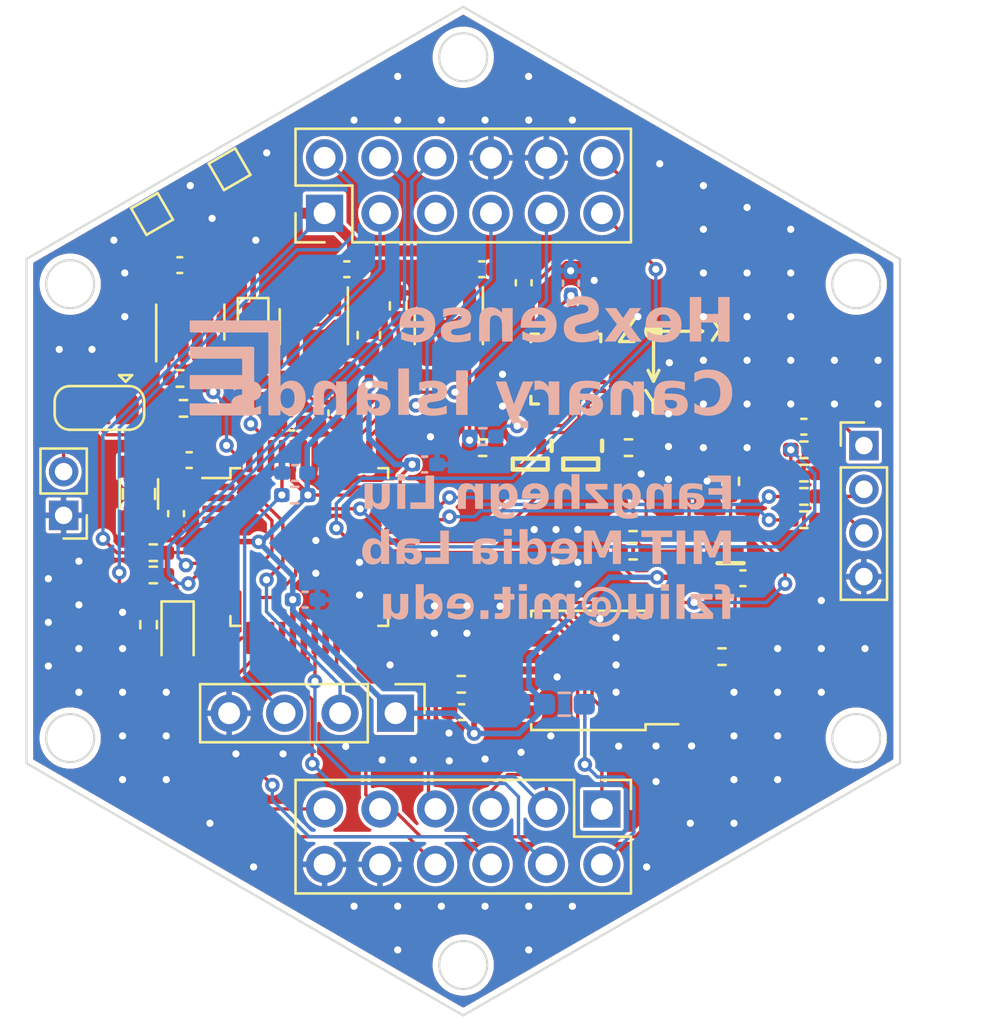
<source format=kicad_pcb>
(kicad_pcb (version 20221018) (generator pcbnew)
  (layers (0 "F.Cu" signal) (31 "B.Cu" signal) (34 "B.Paste" user) (35 "F.Paste" user) (36 "B.SilkS" user "B.Silkscreen") (37 "F.SilkS" user "F.Silkscreen") (38 "B.Mask" user) (39 "F.Mask" user) (44 "Edge.Cuts" user))
  (net 0 "")
  (net 1 "GND")
  (net 2 "VCC")
  (net 3 "+5V")
  (net 4 "/VBAT")
  (net 5 "/SDA")
  (net 6 "/SCL")
  (net 7 "/A1")
  (net 8 "/MOSI")
  (net 9 "/D11")
  (net 10 "/MISO")
  (net 11 "/D6")
  (net 12 "/SCK")
  (net 13 "/D2")
  (net 14 "/RXD")
  (net 15 "/SWDCLK")
  (net 16 "/SWDIO")
  (net 17 "/~{RESET}")
  (net 18 "Net-(U2-PA00)")
  (net 19 "Net-(JP1-A)")
  (net 20 "/USB+")
  (net 21 "/USB-")
  (net 22 "/A5")
  (net 23 "Net-(U2-PA01)")
  (net 24 "Net-(U2-VDDCORE)")
  (net 25 "Net-(D1-K)")
  (net 26 "/D5")
  (net 27 "Net-(J5-Pin_2)")
  (net 28 "Net-(J6-Pin_2)")
  (net 29 "Net-(J6-Pin_3)")
  (net 30 "Net-(JP1-C)")
  (net 31 "/A2")
  (net 32 "Net-(U1-~{HOLD})")
  (net 33 "Net-(U1-~{WP})")
  (net 34 "/D7")
  (net 35 "/A0")
  (net 37 "/A3")
  (net 38 "/A4")
  (net 39 "/D13")
  (net 41 "/TXD")
  (net 42 "/D8")
  (net 43 "/D9")
  (net 44 "/D4")
  (net 45 "/D3")
  (net 46 "/D1")
  (net 47 "/D0")
  (net 49 "/D10")
  (net 50 "/D12")
  (net 52 "+1V8")
  (net 53 "/1V8_EN")
  (net 69 "Net-(U5-~{CS})")
  (net 70 "/SDA_1V8")
  (net 71 "/SCL_1V8")
  (net 72 "/RXLED")
  (net 73 "/MPPT_EN")
  (net 74 "Net-(U5-REGOUT)")
  (net 75 "/VBUS")
  (footprint "Capacitor_SMD:C_0402_1005Metric_Pad0.74x0.62mm_HandSolder" (layer "F.Cu") (at 165.76 96.238621 180)
    (fp_text reference "C7" hide)
    (fp_text value "0.01uF")
  )
  (footprint "Resistor_SMD:R_0402_1005Metric_Pad0.72x0.64mm_HandSolder" (layer "F.Cu") (at 165.76 98.363621)
    (fp_text reference "R15" hide)
    (fp_text value "499K")
  )
  (footprint "Resistor_SMD:R_0402_1005Metric_Pad0.72x0.64mm_HandSolder" (layer "F.Cu") (at 165.76 100.498621)
    (fp_text reference "R6" hide)
    (fp_text value "27")
  )
  (footprint "Package_TO_SOT_SMD:TSOT-23-5" (layer "F.Cu") (at 143.3175 91.658621 -90)
    (fp_text reference "U4" hide)
    (fp_text value "ADP160AUJZ-3.3-R7")
  )
  (footprint "Resistor_SMD:R_0402_1005Metric_Pad0.72x0.64mm_HandSolder" (layer "F.Cu") (at 135.9675 103.028621 180)
    (fp_text reference "R8" hide)
    (fp_text value "499K")
  )
  (footprint "Connector_PinHeader_2.54mm:PinHeader_2x06_P2.54mm_Vertical" (layer "F.Cu") (at 143.81 86.465599 90)
    (fp_text reference "J1" hide)
    (fp_text value "Conn_02x06_Odd_Even" hide)
  )
  (footprint "Resistor_SMD:R_0402_1005Metric_Pad0.72x0.64mm_HandSolder" (layer "F.Cu") (at 165.76 97.296121 180)
    (fp_text reference "R14" hide)
    (fp_text value "499K")
  )
  (footprint "Crystal:Crystal_SMD_3215-2Pin_3.2x1.5mm" (layer "F.Cu") (at 135.31 99.318621 -90)
    (fp_text reference "Y1" hide)
    (fp_text value "32KHz")
  )
  (footprint "Package_TO_SOT_SMD:TSOT-23-5" (layer "F.Cu") (at 149.5 91.658621 -90)
    (fp_text reference "U6" hide)
    (fp_text value "ADP160AUJZ-1.8")
  )
  (footprint "Capacitor_SMD:C_0603_1608Metric_Pad1.08x0.95mm_HandSolder" (layer "F.Cu") (at 145.8375 92.048621 -90)
    (fp_text reference "C9" hide)
    (fp_text value "10uF")
  )
  (footprint "Resistor_SMD:R_0402_1005Metric_Pad0.72x0.64mm_HandSolder" (layer "F.Cu") (at 150.07 108.033621 180)
    (fp_text reference "R12" hide)
    (fp_text value "10K")
  )
  (footprint "Capacitor_SMD:C_0402_1005Metric_Pad0.74x0.62mm_HandSolder" (layer "F.Cu") (at 162.97 103.178621)
    (fp_text reference "C1" hide)
    (fp_text value "0.01uF")
  )
  (footprint "Capacitor_SMD:C_0402_1005Metric_Pad0.74x0.62mm_HandSolder" (layer "F.Cu") (at 137.01 100.218621 90)
    (fp_text reference "C4" hide)
    (fp_text value "18pF")
  )
  (footprint "Package_TO_SOT_SMD:SOT-23-8" (layer "F.Cu") (at 137.66 91.448621 90)
    (fp_text reference "U3" hide)
    (fp_text value "MAX6372")
  )
  (footprint "Connector_PinHeader_2.54mm:PinHeader_2x06_P2.54mm_Vertical" (layer "F.Cu") (at 156.51 113.743621 -90)
    (fp_text reference "J2" hide)
    (fp_text value "Conn_02x06_Odd_Even")
  )
  (footprint "Resistor_SMD:R_0402_1005Metric" (layer "F.Cu") (at 137.19 94.028621)
    (fp_text reference "R4" hide)
    (fp_text value "10K")
  )
  (footprint "Resistor_SMD:R_0402_1005Metric_Pad0.72x0.64mm_HandSolder" (layer "F.Cu") (at 157.94 100.638621 180)
    (fp_text reference "R1" hide)
    (fp_text value "4.7K")
  )
  (footprint "TestPoint:TestPoint_Pad_1.0x1.0mm" (layer "F.Cu") (at 139.46 84.448621 30)
    (fp_text reference "TP3" hide)
    (fp_text value "BAT_TP")
  )
  (footprint "Resistor_SMD:R_0805_2012Metric_Pad1.20x1.40mm_HandSolder" (layer "F.Cu") (at 135.31 99.318621 90)
    (fp_text reference "R19" hide)
    (fp_text value "PH")
  )
  (footprint "Capacitor_SMD:C_0402_1005Metric" (layer "F.Cu") (at 144.35 95.608621 90)
    (fp_text reference "C13" hide)
    (fp_text value "10pF")
  )
  (footprint "Package_QFP:TQFP-48_7x7mm_P0.5mm" (layer "F.Cu") (at 143.11 101.748621)
    (fp_text reference "U2" hide)
    (fp_text value "ATSAMD21G18A-A")
  )
  (footprint "Capacitor_SMD:C_0402_1005Metric_Pad0.74x0.62mm_HandSolder" (layer "F.Cu") (at 152.93 89.648621 90)
    (fp_text reference "C11" hide)
    (fp_text value "0.1uF")
  )
  (footprint "Resistor_SMD:R_0402_1005Metric_Pad0.72x0.64mm_HandSolder" (layer "F.Cu") (at 162.01 106.768621)
    (fp_text reference "R13" hide)
    (fp_text value "10K")
  )
  (footprint "Capacitor_SMD:C_0402_1005Metric_Pad0.74x0.62mm_HandSolder" (layer "F.Cu") (at 150.09 109.308621 180)
    (fp_text reference "C3" hide)
    (fp_text value "0.01uF")
  )
  (footprint "Resistor_SMD:R_0402_1005Metric_Pad0.72x0.64mm_HandSolder" (layer "F.Cu") (at 162.41 98.738621 -90)
    (fp_text reference "R3" hide)
    (fp_text value "10K")
  )
  (footprint "Connector_PinHeader_2.54mm:PinHeader_1x04_P2.54mm_Vertical" (layer "F.Cu") (at 147.06 109.358621 -90)
    (fp_text reference "J4" hide)
    (fp_text value "Conn_01x04_Pin")
  )
  (footprint "SamacSys_Parts:SOTFL50P160X60-3N" (layer "F.Cu") (at 153.23 97.950621 -90)
    (fp_text reference "Q2" hide)
    (fp_text value "RUM002N02T2L" hide)
  )
  (footprint "Resistor_SMD:R_0402_1005Metric_Pad0.72x0.64mm_HandSolder" (layer "F.Cu") (at 157.73 97.198621)
    (fp_text reference "R18" hide)
    (fp_text value "10K")
  )
  (footprint "Sensor_Motion:InvenSense_QFN-24_3x3mm_P0.4mm" (layer "F.Cu") (at 154.86 93.598621 180)
    (fp_text reference "U5" hide)
    (fp_text value "ICM-20948")
  )
  (footprint "Resistor_SMD:R_0402_1005Metric_Pad0.72x0.64mm_HandSolder" (layer "F.Cu") (at 135.75 105.306121 -90)
    (fp_text reference "R11" hide)
    (fp_text value "330")
  )
  (footprint "Resistor_SMD:R_0402_1005Metric_Pad0.72x0.64mm_HandSolder" (layer "F.Cu") (at 157.94 101.938621 180)
    (fp_text reference "R2" hide)
    (fp_text value "4.7K")
  )
  (footprint "SamacSys_Parts:SOT65P210X100-6N" (layer "F.Cu") (at 161.4525 101.288621 180)
    (fp_text reference "IC2" hide)
    (fp_text value "LTC4311CSC6#TRPBF" hide)
  )
  (footprint "Capacitor_SMD:C_0402_1005Metric_Pad0.74x0.62mm_HandSolder" (layer "F.Cu") (at 137.61 97.768621 180)
    (fp_text reference "C2" hide)
    (fp_text value "18pF")
  )
  (footprint "Capacitor_SMD:C_0402_1005Metric" (layer "F.Cu") (at 137.18 88.838621)
    (fp_text reference "C10" hide)
    (fp_text value "0.1uF")
  )
  (footprint "Jumper:SolderJumper-3_P1.3mm_Open_RoundedPad1.0x1.5mm" (layer "F.Cu") (at 133.5 95.378621 180)
    (fp_text reference "JP1" hide)
    (fp_text value "RST Jumper")
  )
  (footprint "TestPoint:TestPoint_Pad_1.0x1.0mm" (layer "F.Cu") (at 135.91 86.498621 30)
    (fp_text reference "TP2" hide)
    (fp_text value "BAT_TP")
  )
  (footprint "SamacSys_Parts:SOTFL50P160X60-3N" (layer "F.Cu") (at 155.54 97.950621 -90)
    (fp_text reference "Q1" hide)
    (fp_text value "RUM002N02T2L" hide)
  )
  (footprint "Resistor_SMD:R_0402_1005Metric_Pad0.72x0.64mm_HandSolder" (layer "F.Cu") (at 137.35 95.398621)
    (fp_text reference "R9" hide)
    (fp_text value "330")
  )
  (footprint "Resistor_SMD:R_0402_1005Metric_Pad0.72x0.64mm_HandSolder" (layer "F.Cu") (at 147.18 90.708621 90)
    (fp_text reference "R16" hide)
    (fp_text value "10K")
  )
  (footprint "Connector_PinHeader_2.00mm:PinHeader_1x04_P2.00mm_Vertical" (layer "F.Cu") (at 168.51 97.10461)
    (fp_text reference "J6" hide)
    (fp_text value "Conn_01x04_Pin")
  )
  (footprint "Capacitor_SMD:C_0402_1005Metric_Pad0.74x0.62mm_HandSolder" (layer "F.Cu") (at 144.83 89.028621)
    (fp_text reference "C8" hide)
    (fp_text value "0.1uF")
  )
  (footprint "Resistor_SMD:R_0402_1005Metric_Pad0.72x0.64mm_HandSolder" (layer "F.Cu") (at 165.76 99.431121)
    (fp_text reference "R5" hide)
    (fp_text value "27")
  )
  (footprint "TestPoint:TestPoint_Pad_1.0x1.0mm" (layer "F.Cu") (at 140.5375 91.048621)
    (fp_text reference "TP1" hide)
    (fp_text value "BAT_TP")
  )
  (footprint "Resistor_SMD:R_0402_1005Metric_Pad0.72x0.64mm_HandSolder" (layer "F.Cu") (at 151.0475 97.198621 180)
    (fp_text reference "R17" hide)
    (fp_text value "10K")
  )
  (footprint "Package_SO:SSOP-8_5.25x5.24mm_P1.27mm" (layer "F.Cu") (at 156.01 107.398621 180)
    (fp_text reference "U1" hide)
    (fp_text value "MB85RS2MTAPNF-G-BDERE1")
  )
  (footprint "Resistor_SMD:R_0402_1005Metric_Pad0.72x0.64mm_HandSolder" (layer "F.Cu") (at 135.9675 102.008621)
    (fp_text reference "R7" hide)
    (fp_text value "499K")
  )
  (footprint "Capacitor_SMD:C_0402_1005Metric_Pad0.74x0.62mm_HandSolder" (layer "F.Cu") (at 142.3 96.048621)
    (fp_text reference "C12" hide)
    (fp_text value "1uF")
  )
  (footprint "LED_SMD:LED_0603_1608Metric_Pad1.05x0.95mm_HandSolder" (layer "F.Cu") (at 137.08 105.901121 -90)
    (fp_text reference "D1" hide)
    (fp_text value "RED")
  )
  (footprint "Capacitor_SMD:C_0402_1005Metric_Pad0.74x0.62mm_HandSolder" (layer "F.Cu") (at 151.01 89.028621)
    (fp_text reference "C14" hide)
    (fp_text value "0.1uF")
  )
  (footprint "Connector_PinHeader_2.00mm:PinHeader_1x02_P2.00mm_Vertical" (layer "F.Cu") (at 131.86 100.298621 180)
    (fp_text reference "J5" hide)
    (fp_text value "RESET")
  )
  (footprint "Capacitor_SMD:C_0402_1005Metric_Pad0.74x0.62mm_HandSolder" (layer "B.Cu") (at 142.92 104.158621 180)
    (fp_text reference "C6" hide)
    (fp_text value "0.1uF")
  )
  (footprint "Capacitor_SMD:C_0402_1005Metric_Pad0.74x0.62mm_HandSolder" (layer "B.Cu") (at 148.39 97.968621 180)
    (fp_text reference "C5" hide)
    (fp_text value "1uF")
  )
  (footprint "Resistor_SMD:R_0402_1005Metric_Pad0.72x0.64mm_HandSolder" (layer "B.Cu") (at 151.06 96.688621 180)
    (fp_text reference "R21" hide)
    (fp_text value "10K")
  )
  (footprint "Capacitor_SMD:C_0402_1005Metric_Pad0.74x0.62mm_HandSolder" (layer "B.Cu") (at 155.09 89.668621 90)
    (fp_text reference "C16" hide)
    (fp_text value "0.1uF")
  )
  (footprint "Resistor_SMD:R_0402_1005Metric_Pad0.72x0.64mm_HandSolder" (layer "B.Cu") (at 142.45 99.368621)
    (fp_text reference "R10" hide)
    (fp_text value "10k")
  )
  (footprint "Capacitor_SMD:C_0402_1005Metric_Pad0.74x0.62mm_HandSolder" (layer "B.Cu") (at 142.45 98.358621)
    (fp_text reference "C15" hide)
    (fp_text value "0.1uF")
  )
  (footprint "Resistor_SMD:R_0603_1608Metric_Pad0.98x0.95mm_HandSolder" (layer "B.Cu") (at 154.7875 108.948621)
    (fp_text reference "R20" hide)
    (fp_text value "10K")
  )
  (gr_rect (start 141.31 91.848621) (end 141.71 95.648621) (stroke (width 0.15)) (fill solid) (layer "B.SilkS"))
  (gr_rect (start 137.71 91.448621) (end 141.71 91.848621) (stroke (width 0.15)) (fill solid) (layer "B.SilkS"))
  (gr_rect (start 140.11 92.648621) (end 140.51 95.648621) (stroke (width 0.15)) (fill solid) (layer "B.SilkS"))
  (gr_rect (start 137.71 95.248621) (end 140.51 95.648621) (stroke (width 0.15)) (fill solid) (layer "B.SilkS"))
  (gr_rect (start 137.71 92.648621) (end 140.51 93.048621) (stroke (width 0.15)) (fill solid) (layer "B.SilkS"))
  (gr_rect (start 137.71 93.948621) (end 140.51 94.448621) (stroke (width 0.15)) (fill solid) (layer "B.SilkS"))
  (gr_line (start 158.875 94.158621) (end 159.125 93.658621) (stroke (width 0.15)) (layer "F.SilkS"))
  (gr_line (start 161.125 91.868621) (end 160.625 92.118621) (stroke (width 0.15)) (layer "F.SilkS"))
  (gr_circle (center 158.875 91.868621) (end 159.228553 91.868621) (stroke (width 0.15)) (fill solid) (layer "F.SilkS"))
  (gr_line (start 158.875 91.868621) (end 158.875 94.158621) (stroke (width 0.15)) (layer "F.SilkS"))
  (gr_line (start 158.875 91.868621) (end 161.125 91.868621) (stroke (width 0.15)) (layer "F.SilkS"))
  (gr_line (start 158.875 94.158621) (end 158.625 93.658621) (stroke (width 0.15)) (layer "F.SilkS"))
  (gr_line (start 161.125 91.868621) (end 160.625 91.618621) (stroke (width 0.15)) (layer "F.SilkS"))
  (gr_line (start 130.16 88.557605) (end 130.16 111.651615) (stroke (width 0.1)) (layer "Edge.Cuts"))
  (gr_circle (center 168.16 110.496915) (end 169.26 110.496915) (stroke (width 0.1)) (fill none) (layer "Edge.Cuts"))
  (gr_line (start 130.16 111.651615) (end 150.16 123.198621) (stroke (width 0.1)) (layer "Edge.Cuts"))
  (gr_circle (center 168.16 89.712305) (end 169.26 89.712305) (stroke (width 0.1)) (fill none) (layer "Edge.Cuts"))
  (gr_circle (center 132.16 89.712305) (end 133.26 89.712305) (stroke (width 0.1)) (fill none) (layer "Edge.Cuts"))
  (gr_line (start 150.16 77.010599) (end 130.16 88.557605) (stroke (width 0.1)) (layer "Edge.Cuts"))
  (gr_line (start 170.16 88.557605) (end 150.16 77.010599) (stroke (width 0.1)) (layer "Edge.Cuts"))
  (gr_circle (center 150.16 79.32) (end 151.26 79.32) (stroke (width 0.1)) (fill none) (layer "Edge.Cuts"))
  (gr_circle (center 150.16 120.88922) (end 151.26 120.88922) (stroke (width 0.1)) (fill none) (layer "Edge.Cuts"))
  (gr_line (start 170.16 111.651615) (end 170.16 88.557605) (stroke (width 0.1)) (layer "Edge.Cuts"))
  (gr_line (start 150.16 123.198621) (end 170.16 111.651615) (stroke (width 0.1)) (layer "Edge.Cuts"))
  (gr_circle (center 132.16 110.496915) (end 133.26 110.496915) (stroke (width 0.1)) (fill none) (layer "Edge.Cuts"))
  (gr_text "Fangzhegn Liu\nMIT Media Lab\nfzliu@mit.edu" (at 162.61 105.298621) (layer "B.SilkS") (effects (font (size 1.5 1.5) (thickness 0.3) bold) (justify left bottom mirror)))
  (gr_text "HexSense\nCanary Islands" (at 162.62 96.038621) (layer "B.SilkS") (effects (font (size 2 2) (thickness 0.5) bold) (justify left bottom mirror)))
  (gr_text "Z" (at 157.075 92.468621) (layer "F.SilkS") (effects (font (size 1 1)) (justify left bottom)))
  (gr_text "Y" (at 158.325 95.708621) (layer "F.SilkS") (effects (font (size 1 1)) (justify left bottom)))
  (gr_text "X" (at 161.325 92.418621) (layer "F.SilkS") (effects (font (size 1 1)) (justify left bottom)))
  (segment (start 154.26 92.061121) (end 154.26 92.448621) (width 0.1524) (layer "F.Cu") (net 1))
  (segment (start 154.26 92.448621) (end 154.44 92.628621) (width 0.1524) (layer "F.Cu") (net 1))
  (segment (start 160.5025 101.288621) (end 162.4025 101.288621) (width 0.254) (layer "F.Cu") (net 1))
  (segment (start 155.06 92.488621) (end 154.92 92.628621) (width 0.1524) (layer "F.Cu") (net 1))
  (segment (start 154.44 92.628621) (end 154.92 92.628621) (width 0.1524) (layer "F.Cu") (net 1))
  (segment (start 155.06 92.061121) (end 155.06 92.488621) (width 0.1524) (layer "F.Cu") (net 1))
  (via (at 164.56 108.398621) (size 0.6604) (drill 0.3302) (layers "F.Cu" "B.Cu") (net 1))
  (via (at 146.45 111.498621) (size 0.6604) (drill 0.3302) (layers "F.Cu" "B.Cu") (net 1))
  (via (at 160.56 114.398621) (size 0.6604) (drill 0.3302) (layers "F.Cu" "B.Cu") (net 1))
  (via (at 164.56 110.398621) (size 0.6604) (drill 0.3302) (layers "F.Cu" "B.Cu") (net 1))
  (via (at 146.81 107.148621) (size 0.6604) (drill 0.3302) (layers "F.Cu" "B.Cu") (net 1))
  (via (at 159.56 98.648621) (size 0.6604) (drill 0.3302) (layers "F.Cu" "B.Cu") (net 1))
  (via (at 147.87 111.498621) (size 0.6604) (drill 0.3302) (layers "F.Cu" "B.Cu") (net 1))
  (via (at 157.28 110.868621) (size 0.6604) (drill 0.3302) (layers "F.Cu" "B.Cu") (net 1))
  (via (at 158.99 110.858621) (size 0.6604) (drill 0.3302) (layers "F.Cu" "B.Cu") (net 1))
  (via (at 151.16 82.198621) (size 0.6604) (drill 0.3302) (layers "F.Cu" "B.Cu") (net 1))
  (via (at 151.16 111.458621) (size 0.6604) (drill 0.3302) (layers "F.Cu" "B.Cu") (net 1))
  (via (at 149.16 118.198621) (size 0.6604) (drill 0.3302) (layers "F.Cu" "B.Cu") (net 1))
  (via (at 145.41 102.448621) (size 0.6604) (drill 0.3302) (layers "F.Cu" "B.Cu") (net 1))
  (via (at 164.56 112.398621) (size 0.6604) (drill 0.3302) (layers "F.Cu" "B.Cu") (net 1))
  (via (at 138.66 86.698621) (size 0.6604) (drill 0.3302) (layers "F.Cu" "B.Cu") (net 1))
  (via (at 155.41 103.448621) (size 0.6604) (drill 0.3302) (layers "F.Cu" "B.Cu") (net 1))
  (via (at 154.41 100.948621) (size 0.6604) (drill 0.3302) (layers "F.Cu" "B.Cu") (net 1))
  (via (at 157.16 107.148621) (size 0.6604) (drill 0.3302) (layers "F.Cu" "B.Cu") (net 1))
  (via (at 159.56 95.648621) (size 0.6604) (drill 0.3302) (layers "F.Cu" "B.Cu") (net 1))
  (via (at 154.17 110.398621) (size 0.6604) (drill 0.3302) (layers "F.Cu" "B.Cu") (net 1))
  (via (at 138.56 114.398621) (size 0.6604) (drill 0.3302) (layers "F.Cu" "B.Cu") (net 1))
  (via (at 155.16 118.198621) (size 0.6604) (drill 0.3302) (layers "F.Cu" "B.Cu") (net 1))
  (via (at 163.16 86.198621) (size 0.6604) (drill 0.3302) (layers "F.Cu" "B.Cu") (net 1))
  (via (at 163.16 95.198621) (size 0.6604) (drill 0.3302) (layers "F.Cu" "B.Cu") (net 1))
  (via (at 159.6 93.308621) (size 0.6604) (drill 0.3302) (layers "F.Cu" "B.Cu") (net 1))
  (via (at 162.56 114.398621) (size 0.6604) (drill 0.3302) (layers "F.Cu" "B.Cu") (net 1))
  (via (at 134.66 89.198621) (size 0.6604) (drill 0.3302) (layers "F.Cu" "B.Cu") (net 1))
  (via (at 153.1543 80.19862) (size 0.6604) (drill 0.3302) (layers "F.Cu" "B.Cu") (net 1))
  (via (at 159.16 84.198621) (size 0.6604) (drill 0.3302) (layers "F.Cu" "B.Cu") (net 1))
  (via (at 162.56 110.398621) (size 0.6604) (drill 0.3302) (layers "F.Cu" "B.Cu") (net 1))
  (via (at 155.41 102.448621) (size 0.6604) (drill 0.3302) (layers "F.Cu" "B.Cu") (net 1))
  (via (at 166.56 108.398621) (size 0.6604) (drill 0.3302) (layers "F.Cu" "B.Cu") (net 1))
  (via (at 131.16 107.198621) (size 0.6604) (drill 0.3302) (layers "F.Cu" "B.Cu") (net 1))
  (via (at 150.33 104.448621) (size 0.6604) (drill 0.3302) (layers "F.Cu" "B.Cu") (net 1))
  (via (at 149.16 82.198621) (size 0.6604) (drill 0.3302) (layers "F.Cu" "B.Cu") (net 1))
  (via (at 161.16 85.198621) (size 0.6604) (drill 0.3302) (layers "F.Cu" "B.Cu") (net 1))
  (via (at 141.91 111.218621) (size 0.6604) (drill 0.3302) (layers "F.Cu" "B.Cu") (net 1))
  (via (at 166.56 104.198621) (size 0.6604) (drill 0.3302) (layers "F.Cu" "B.Cu") (net 1))
  (via (at 153.41 100.948621) (size 0.6604) (drill 0.3302) (layers "F.Cu" "B.Cu") (net 1))
  (via (at 134.56 110.398621) (size 0.6604) (drill 0.3302) (layers "F.Cu" "B.Cu") (net 1))
  (via (at 147.16 118.198621) (size 0.6604) (drill 0.3302) (layers "F.Cu" "B.Cu") (net 1))
  (via (at 158.31 98.398621) (size 0.6604) (drill 0.3302) (layers "F.Cu" "B.Cu") (net 1))
  (via (at 151.96 95.298621) (size 0.6604) (drill 0.3302) (layers "F.Cu" "B.Cu") (net 1))
  (via (at 134.66 91.198621) (size 0.6604) (drill 0.3302) (layers "F.Cu" "B.Cu") (net 1))
  (via (at 139.75 111.218621) (size 0.6604) (drill 0.3302) (layers "F.Cu" "B.Cu") (net 1))
  (via (at 134.56 106.398621) (size 0.6604) (drill 0.3302) (layers "F.Cu" "B.Cu") (net 1))
  (via (at 162.56 112.398621) (size 0.6604) (drill 0.3302) (layers "F.Cu" "B.Cu") (net 1))
  (via (at 132.56 104.398621) (size 0.6604) (drill 0.3302) (layers "F.Cu" "B.Cu") (net 1))
  (via (at 161.16 95.198621) (size 0.6604) (drill 0.3302) (layers "F.Cu" "B.Cu") (net 1))
  (via (at 165.16 95.198621) (size 0.6604) (drill 0.3302) (layers "F.Cu" "B.Cu") (net 1))
  (via (at 137.66 85.198621) (size 0.6604) (drill 0.3302) (layers "F.Cu" "B.Cu") (net 1))
  (via (at 147.16 80.198621) (size 0.6604) (drill 0.3302) (layers "F.Cu" "B.Cu") (net 1))
  (via (at 154.46 107.698621) (size 0.6604) (drill 0.3302) (layers "F.Cu" "B.Cu") (net 1))
  (via (at 134.56 104.738621) (size 0.6604) (drill 0.3302) (layers "F.Cu" "B.Cu") (net 1))
  (via (at 163.16 89.198621) (size 0.6604) (drill 0.3302) (layers "F.Cu" "B.Cu") (net 1))
  (via (at 145.41 103.948621) (size 0.6604) (drill 0.3302) (layers "F.Cu" "B.Cu") (net 1))
  (via (at 149.51 110.268621) (size 0.6604) (drill 0.3302) (layers "F.Cu" "B.Cu") (net 1))
  (via (at 151.96 93.838621) (size 0.6604) (drill 0.3302) (layers "F.Cu" "B.Cu") (net 1))
  (via (at 167.16 93.198621) (size 0.6604) (drill 0.3302) (layers "F.Cu" "B.Cu") (net 1))
  (via (at 158.56 116.398621) (size 0.6604) (drill 0.3302) (layers "F.Cu" "B.Cu") (net 1))
  (via (at 153.16 120.198621) (size 0.6604) (drill 0.3302) (layers "F.Cu" "B.Cu") (net 1))
  (via (at 136.56 108.398621) (size 0.6604) (drill 0.3302) (layers "F.Cu" "B.Cu") (net 1))
  (via (at 157.16 105.898621) (size 0.6604) (drill 0.3302) (layers "F.Cu" "B.Cu") (net 1))
  (via (at 161.16 93.198621) (size 0.6604) (drill 0.3302) (layers "F.Cu" "B.Cu") (net 1))
  (via (at 151.85 104.458621) (size 0.6604) (drill 0.3302) (layers "F.Cu" "B.Cu") (net 1))
  (via (at 158.06 95.648621) (size 0.6604) (drill 0.3302) (layers "F.Cu" "B.Cu") (net 1))
  (via (at 153.16 118.198621) (size 0.6604) (drill 0.3302) (layers "F.Cu" "B.Cu") (net 1))
  (via (at 164.56 106.398621) (size 0.6604) (drill 0.3302) (layers "F.Cu" "B.Cu") (net 1))
  (via (at 148.84 105.698621) (size 0.6604) (drill 0.3302) (layers "F.Cu" "B.Cu") (net 1))
  (via (at 136.56 112.398621) (size 0.6604) (drill 0.3302) (layers "F.Cu" "B.Cu") (net 1))
  (via (at 143.41 102.948621) (size 0.6604) (drill 0.3302) (layers "F.Cu" "B.Cu") (net 1))
  (via (at 147.16 120.198621) (size 0.6604) (drill 0.3302) (layers "F.Cu" "B.Cu") (net 1))
  (via (at 131.66 92.698621) (size 0.6604) (drill 0.3302) (layers "F.Cu" "B.Cu") (net 1))
  (via (at 148.66 96.698621) (size 0.6604) (drill 0.3302) (layers "F.Cu" "B.Cu") (net 1))
  (via (at 151.16 118.198621) (size 0.6604) (drill 0.3302) (layers "F.Cu" "B.Cu") (net 1))
  (via (at 154.41 102.448621) (size 0.6604) (drill 0.3302) (layers "F.Cu" "B.Cu") (net 1))
  (via (at 166.56 106.398621) (size 0.6604) (drill 0.3302) (layers "F.Cu" "B.Cu") (net 1))
  (via (at 131.16 105.198621) (size 0.6604) (drill 0.3302) (layers "F.Cu" "B.Cu") (net 1))
  (via (at 145.16 82.198621) (size 0.6604) (drill 0.3302) (layers "F.Cu" "B.Cu") (net 1))
  (via (at 157.16 108.398621) (size 0.6604) (drill 0.3302) (layers "F.Cu" "B.Cu") (net 1))
  (via (at 165.16 89.198621) (size 0.6604) (drill 0.3302) (layers "F.Cu" "B.Cu") (net 1))
  (via (at 145.16 118.198621) (size 0.6604) (drill 0.3302) (layers "F.Cu" "B.Cu") (net 1))
  (via (at 150.33 105.698621) (size 0.6604) (drill 0.3302) (layers "F.Cu" "B.Cu") (net 1))
  (via (at 136.56 110.398621) (size 0.6604) (drill 0.3302) (layers "F.Cu" "B.Cu") (net 1))
  (via (at 161.16 87.198621) (size 0.6604) (drill 0.3302) (layers "F.Cu" "B.Cu") (net 1))
  (via (at 163.16 91.198621) (size 0.6604) (drill 0.3302) (layers "F.Cu" "B.Cu") (net 1))
  (via (at 168.56 106.398621) (size 0.6604) (drill 0.3302) (layers "F.Cu" "B.Cu") (net 1))
  (via (at 134.16 87.698621) (size 0.6604) (drill 0.3302) (layers "F.Cu" "B.Cu") (net 1))
  (via (at 163.16 97.198621) (size 0.6604) (drill 0.3302) (layers "F.Cu" "B.Cu") (net 1))
  (via (at 143.41 101.448621) (size 0.6604) (drill 0.3302) (layers "F.Cu" "B.Cu") (net 1))
  (via (at 155.41 100.948621) (size 0.6604) (drill 0.3302) (layers "F.Cu" "B.Cu") (net 1))
  (via (at 159.56 97.148621) (size 0.6604) (drill 0.3302) (layers "F.Cu" "B.Cu") (net 1))
  (via (at 160.62 110.858621) (size 0.6604) (drill 0.3302) (layers "F.Cu" "B.Cu") (net 1))
  (via (at 131.16 103.198621) (size 0.6604) (drill 0.3302) (layers "F.Cu" "B.Cu") (net 1))
  (via (at 133.16 92.698621) (size 0.6604) (drill 0.3302) (layers "F.Cu" "B.Cu") (net 1))
  (via (at 158.99 112.488621) (size 0.6604) (drill 0.3302) (layers "F.Cu" "B.Cu") (net 1))
  (via (at 134.56 108.398621) (size 0.6604) (drill 0.3302) (layers "F.Cu" "B.Cu") (net 1))
  (via (at 165.16 87.198621) (size 0.6604) (drill 0.3302) (layers "F.Cu" "B.Cu") (net 1))
  (via (at 156.42 105.038621) (size 0.6604) (drill 0.3302) (layers "F.Cu" "B.Cu") (net 1))
  (via (at 161.16 89.198621) (size 0.6604) (drill 0.3302) (layers "F.Cu" "B.Cu") (net 1))
  (via (at 161.16 91.198621) (size 0.6604) (drill 0.3302) (layers "F.Cu" "B.Cu") (net 1))
  (via (at 165.16 91.198621) (size 0.6604) (drill 0.3302) (layers "F.Cu" "B.Cu") (net 1))
  (via (at 140.56 116.398621) (size 0.6604) (drill 0.3302) (layers "F.Cu" "B.Cu") (net 1))
  (via (at 162.56 108.398621) (size 0.6604) (drill 0.3302) (layers "F.Cu" "B.Cu") (net 1))
  (via (at 132.56 102.398621) (size 0.6604) (drill 0.3302) (layers "F.Cu" "B.Cu") (net 1))
  (via (at 153.16 82.198621) (size 0.6604) (drill 0.3302) (layers "F.Cu" "B.Cu") (net 1))
  (via (at 167.16 95.198621) (size 0.6604) (drill 0.3302) (layers "F.Cu" "B.Cu") (net 1))
  (via (at 165.16 93.198621) (size 0.6604) (drill 0.3302) (layers "F.Cu" "B.Cu") (net 1))
  (via (at 148.84 104.448621) (size 0.6604) (drill 0.3302) (layers "F.Cu" "B.Cu") (net 1))
  (via (at 155.16 82.198621) (size 0.6604) (drill 0.3302) (layers "F.Cu" "B.Cu") (net 1))
  (via (at 134.56 112.398621) (size 0.6604) (drill 0.3302) (layers "F.Cu" "B.Cu") (net 1))
  (via (at 163.16 93.198621) (size 0.6604) (drill 0.3302) (layers "F.Cu" "B.Cu") (net 1))
  (via (at 161.33 98.728621) (size 0.6604) (drill 0.3302) (layers "F.Cu" "B.Cu") (net 1))
  (via (at 155.08 89.098621) (size 0.6604) (drill 0.3302) (layers "F.Cu" "B.Cu") (net 1))
  (via (at 147.16 82.198621) (size 0.6604) (drill 0.3302) (layers "F.Cu" "B.Cu") (net 1))
  (via (at 158.16 91.198621) (size 0.6604) (drill 0.3302) (layers "F.Cu" "B.Cu") (net 1))
  (via (at 141.16 83.698621) (size 0.6604) (drill 0.3302) (layers "F.Cu" "B.Cu") (net 1))
  (via (at 132.56 106.398621) (size 0.6604) (drill 0.3302) (layers "F.Cu" "B.Cu") (net 1))
  (via (at 144.78 110.878621) (size 0.6604) (drill 0.3302) (layers "F.Cu" "B.Cu") (net 1))
  (via (at 156.16 89.538621) (size 0.6604) (drill 0.3302) (layers "F.Cu" "B.Cu") (net 1))
  (via (at 132.56 108.398621) (size 0.6604) (drill 0.3302) (layers "F.Cu" "B.Cu") (net 1))
  (via (at 169.16 93.198621) (size 0.6604) (drill 0.3302) (layers "F.Cu" "B.Cu") (net 1))
  (via (at 140.66 87.698621) (size 0.6604) (drill 0.3302) (layers "F.Cu" "B.Cu") (net 1))
  (via (at 149.52 111.538621) (size 0.6604) (drill 0.3302) (layers "F.Cu" "B.Cu") (net 1))
  (via (at 169.16 95.198621) (size 0.6604) (drill 0.3302) (layers "F.Cu" "B.Cu") (net 1))
  (via (at 152.81 111.148621) (size 0.6604) (drill 0.3302) (layers "F.Cu" "B.Cu") (net 1))
  (via (at 161.16 97.198621) (size 0.6604) (drill 0.3302) (layers "F.Cu" "B.Cu") (net 1))
  (segment (start 136.685 90.311121) (end 136.685 89.398621) (width 0.254) (layer "F.Cu") (net 2))
  (segment (start 144.3825 92.911121) (end 144.2675 92.796121) (width 0.381) (layer "F.Cu") (net 2))
  (segment (start 140.5375 89.356121) (end 139.19 88.008621) (width 0.254) (layer "F.Cu") (net 2))
  (segment (start 162.6075 103.383621) (end 162.4025 103.178621) (width 0.1524) (layer "F.Cu") (net 2))
  (segment (start 150.6575 109.308621) (end 150.6575 110.286121) (width 0.254) (layer "F.Cu") (net 2))
  (segment (start 136.685 89.398621) (end 136.685 88.853621) (width 0.254) (layer "F.Cu") (net 2))
  (segment (start 140.78 101.498621) (end 140.79 101.508621) (width 0.254) (layer "F.Cu") (net 2))
  (segment (start 141.51 93.798621) (end 143.265 93.798621) (width 0.254) (layer "F.Cu") (net 2))
  (segment (start 143.265 93.798621) (end 144.2675 92.796121) (width 0.254) (layer "F.Cu") (net 2))
  (segment (start 157.3425 101.938621) (end 157.3425 102.531121) (width 0.1524) (layer "F.Cu") (net 2))
  (segment (start 142.36 97.586121) (end 142.36 98.681121) (width 0.254) (layer "F.Cu") (net 2))
  (segment (start 145.8375 94.326121) (end 145.84 94.328621) (width 0.381) (layer "F.Cu") (net 2))
  (segment (start 142.36 104.166121) (end 142.3525 104.158621) (width 0.254) (layer "F.Cu") (net 2))
  (segment (start 157.9475 103.136121) (end 159.0125 103.136121) (width 0.1524) (layer "F.Cu") (net 2))
  (segment (start 159.0125 103.136121) (end 162.36 103.136121) (width 0.254) (layer "F.Cu") (net 2))
  (segment (start 137.985 90.311121) (end 137.985 89.723621) (width 0.1524) (layer "F.Cu") (net 2))
  (segment (start 149.4725 108.033621) (end 149.755 108.033621) (width 0.1524) (layer "F.Cu") (net 2))
  (segment (start 162.36 103.136121) (end 162.4025 103.178621) (width 0.254) (layer "F.Cu") (net 2))
  (segment (start 139.19 88.008621) (end 137.94 88.008621) (width 0.254) (layer "F.Cu") (net 2))
  (segment (start 140.5375 92.826121) (end 141.51 93.798621) (width 0.254) (layer "F.Cu") (net 2))
  (segment (start 162.4025 103.178621) (end 162.4025 101.938621) (width 0.254) (layer "F.Cu") (net 2))
  (segment (start 142.36 98.681121) (end 143.0475 99.368621) (width 0.254) (layer "F.Cu") (net 2))
  (segment (start 142.36 105.911121) (end 142.36 104.166121) (width 0.254) (layer "F.Cu") (net 2))
  (segment (start 143.0475 99.368621) (end 144.94 99.368621) (width 0.1524) (layer "F.Cu") (net 2))
  (segment (start 137.66 89.398621) (end 136.685 89.398621) (width 0.1524) (layer "F.Cu") (net 2))
  (segment (start 147.2725 98.518621) (end 147.8225 97.968621) (width 0.1524) (layer "F.Cu") (net 2))
  (segment (start 137.53 88.008621) (end 137.94 88.008621) (width 0.254) (layer "F.Cu") (net 2))
  (segment (start 138.635 90.311121) (end 137.985 90.311121) (width 0.1524) (layer "F.Cu") (net 2))
  (segment (start 147.2725 98.998621) (end 147.2725 98.518621) (width 0.1524) (layer "F.Cu") (net 2))
  (segment (start 150.6575 110.286121) (end 150.66 110.288621) (width 0.254) (layer "F.Cu") (net 2))
  (segment (start 157.3425 101.938621) (end 157.3425 100.638621) (width 0.1524) (layer "F.Cu") (net 2))
  (segment (start 138.9475 101.498621) (end 140.78 101.498621) (width 0.254) (layer "F.Cu") (net 2))
  (segment (start 157.3425 102.531121) (end 157.9475 103.136121) (width 0.1524) (layer "F.Cu") (net 2))
  (segment (start 149.755 108.033621) (end 150.6575 108.936121) (width 0.1524) (layer "F.Cu") (net 2))
  (segment (start 136.7 88.838621) (end 137.53 88.008621) (width 0.254) (layer "F.Cu") (net 2))
  (segment (start 140.5375 91.048621) (end 140.5375 89.356121) (width 0.254) (layer "F.Cu") (net 2))
  (segment (start 162.6075 106.768621) (end 162.6075 103.383621) (width 0.1524) (layer "F.Cu") (net 2))
  (segment (start 144.94 99.368621) (end 145.31 98.998621) (width 0.1524) (layer "F.Cu") (net 2))
  (segment (start 145.31 98.998621) (end 147.2725 98.998621) (width 0.1524) (layer "F.Cu") (net 2))
  (segment (start 152.3975 109.303621) (end 150.6625 109.303621) (width 0.254) (layer "F.Cu") (net 2))
  (segment (start 138.635 90.311121) (end 138.635 92.586121) (width 0.1524) (layer "F.Cu") (net 2))
  (segment (start 140.5375 91.048621) (end 140.5375 92.826121) (width 0.254) (layer "F.Cu") (net 2))
  (segment (start 136.685 88.853621) (end 136.7 88.838621) (width 0.254) (layer "F.Cu") (net 2))
  (segment (start 137.985 89.723621) (end 137.66 89.398621) (width 0.1524) (layer "F.Cu") (net 2))
  (segment (start 150.6625 109.303621) (end 150.6575 109.308621) (width 0.254) (layer "F.Cu") (net 2))
  (segment (start 150.6575 108.936121) (end 150.6575 109.308621) (width 0.1524) (layer "F.Cu") (net 2))
  (segment (start 145.8375 92.911121) (end 144.3825 92.911121) (width 0.381) (layer "F.Cu") (net 2))
  (segment (start 145.8375 92.911121) (end 145.8375 94.326121) (width 0.381) (layer "F.Cu") (net 2))
  (via (at 140.79 101.508621) (size 0.6604) (drill 0.3302) (layers "F.Cu" "B.Cu") (net 2))
  (via (at 145.84 94.328621) (size 0.6604) (drill 0.3302) (layers "F.Cu" "B.Cu") (net 2))
  (via (at 147.8225 97.968621) (size 0.6604) (drill 0.3302) (layers "F.Cu" "B.Cu") (net 2))
  (via (at 142.3525 104.158621) (size 0.6604) (drill 0.3302) (layers "F.Cu" "B.Cu") (net 2))
  (via (at 150.66 110.288621) (size 0.6604) (drill 0.3302) (layers "F.Cu" "B.Cu") (net 2))
  (via (at 159.04 103.138621) (size 0.6604) (drill 0.3302) (layers "F.Cu" "B.Cu") (net 2))
  (via (at 143.0475 99.368621) (size 0.6604) (drill 0.3302) (layers "F.Cu" "B.Cu") (net 2))
  (segment (start 142.3525 104.158621) (end 142.3525 103.071121) (width 0.254) (layer "B.Cu") (net 2))
  (segment (start 152.7075 110.288621) (end 154.0075 108.988621) (width 0.254) (layer "B.Cu") (net 2))
  (segment (start 140.79 101.508621) (end 140.9075 101.508621) (width 0.254) (layer "B.Cu") (net 2))
  (segment (start 153.17 108.151121) (end 154.0075 108.988621) (width 0.254) (layer "B.Cu") (net 2))
  (segment (start 143.0175 98.358621) (end 143.0175 99.338621) (width 0.254) (layer "B.Cu") (net 2))
  (segment (start 156.8625 103.136121) (end 153.17 106.828621) (width 0.254) (layer "B.Cu") (net 2))
  (segment (start 143.0175 97.151121) (end 145.84 94.328621) (width 0.254) (layer "B.Cu") (net 2))
  (segment (start 142.3525 104.158621) (end 142.3525 104.651121) (width 0.254) (layer "B.Cu") (net 2))
  (segment (start 143.0175 98.358621) (end 143.0175 97.151121) (width 0.254) (layer "B.Cu") (net 2))
  (segment (start 140.9075 101.508621) (end 143.0475 99.368621) (width 0.254) (layer "B.Cu") (net 2))
  (segment (start 143.0175 99.338621) (end 143.0475 99.368621) (width 0.254) (layer "B.Cu") (net 2))
  (segment (start 149.73 109.358621) (end 150.66 110.288621) (width 0.254) (layer "B.Cu") (net 2))
  (segment (start 145.84 96.768621) (end 147.04 97.968621) (width 0.254) (layer "B.Cu") (net 2))
  (segment (start 145.84 94.328621) (end 145.84 96.768621) (width 0.254) (layer "B.Cu") (net 2))
  (segment (start 159.0125 103.136121) (end 156.8625 103.136121) (width 0.254) (layer "B.Cu") (net 2))
  (segment (start 142.3525 104.651121) (end 147.06 109.358621) (width 0.254) (layer "B.Cu") (net 2))
  (segment (start 147.04 97.968621) (end 147.8225 97.968621) (width 0.254) (layer "B.Cu") (net 2))
  (segment (start 153.17 106.828621) (end 153.17 108.151121) (width 0.254) (layer "B.Cu") (net 2))
  (segment (start 147.06 109.358621) (end 149.73 109.358621) (width 0.254) (layer "B.Cu") (net 2))
  (segment (start 150.66 110.288621) (end 152.7075 110.288621) (width 0.254) (layer "B.Cu") (net 2))
  (segment (start 142.3525 103.071121) (end 140.79 101.508621) (width 0.254) (layer "B.Cu") (net 2))
  (segment (start 168.51 97.10461) (end 167.644011 96.238621) (width 0.1524) (layer "F.Cu") (net 3))
  (segment (start 167.644011 96.238621) (end 166.3275 96.238621) (width 0.1524) (layer "F.Cu") (net 3))
  (segment (start 166.3575 97.296121) (end 166.3575 96.268621) (width 0.1524) (layer "F.Cu") (net 3))
  (segment (start 166.3575 96.268621) (end 166.3275 96.238621) (width 0.1524) (layer "F.Cu") (net 3))
  (segment (start 149.6025 88.188621) (end 145.094021 88.188621) (width 0.508) (layer "F.Cu") (net 4))
  (segment (start 142.75 91.568621) (end 143.69 91.568621) (width 0.1524) (layer "F.Cu") (net 4))
  (segment (start 150.4425 90.513621) (end 150.45 90.521121) (width 0.508) (layer "F.Cu") (net 4))
  (segment (start 143.81 86.465599) (end 141.476978 86.465599) (width 0.508) (layer "F.Cu") (net 4))
  (segment (start 141.476978 86.465599) (end 139.46 84.448621) (width 0.508) (layer "F.Cu") (net 4))
  (segment (start 143.69 91.568621) (end 144.2675 90.991121) (width 0.1524) (layer "F.Cu") (net 4))
  (segment (start 134.3 102.008621) (end 133.66 101.368621) (width 0.1524) (layer "F.Cu") (net 4))
  (segment (start 142.3675 90.521121) (end 142.3675 91.186121) (width 0.1524) (layer "F.Cu") (net 4))
  (segment (start 150.4425 89.028621) (end 149.6025 88.188621) (width 0.508) (layer "F.Cu") (net 4))
  (segment (start 144.2675 90.521121) (end 144.2675 89.033621) (width 0.508) (layer "F.Cu") (net 4))
  (segment (start 144.2675 90.991121) (end 144.2675 90.521121) (width 0.1524) (layer "F.Cu") (net 4))
  (segment (start 135.37 102.008621) (end 134.3 102.008621) (width 0.1524) (layer "F.Cu") (net 4))
  (segment (start 145.094021 87.74962) (end 143.81 86.465599) (width 0.508) (layer "F.Cu") (net 4))
  (segment (start 145.094021 88.188621) (end 145.094021 87.74962) (width 0.508) (layer "F.Cu") (net 4))
  (segment (start 144.2625 89.020142) (end 144.2625 89.028621) (width 0.508) (layer "F.Cu") (net 4))
  (segment (start 150.4425 89.028621) (end 150.4425 90.513621) (width 0.508) (layer "F.Cu") (net 4))
  (segment (start 144.2675 89.033621) (end 144.2625 89.028621) (width 0.508) (layer "F.Cu") (net 4))
  (segment (start 142.3675 91.186121) (end 142.75 91.568621) (width 0.1524) (layer "F.Cu") (net 4))
  (segment (start 145.094021 88.188621) (end 144.2625 89.020142) (width 0.508) (layer "F.Cu") (net 4))
  (via (at 133.66 101.368621) (size 0.6604) (drill 0.3302) (layers "F.Cu" "B.Cu") (net 4))
  (segment (start 134.29 95.985599) (end 143.81 86.465599) (width 0.1524) (layer "B.Cu") (net 4))
  (segment (start 133.66 101.368621) (end 133.66 96.615599) (width 0.1524) (layer "B.Cu") (net 4))
  (segment (start 133.66 96.615599) (end 134.29 95.985599) (width 0.1524) (layer "B.Cu") (net 4))
  (segment (start 147.2725 101.498621) (end 144.97 101.498621) (width 0.1524) (layer "F.Cu") (net 5))
  (segment (start 151.48 101.498621) (end 150.78 101.498621) (width 0.1524) (layer "F.Cu") (net 5))
  (segment (start 158.98 88.935599) (end 156.51 86.465599) (width 0.1524) (layer "F.Cu") (net 5))
  (segment (start 147.2725 101.498621) (end 150.78 101.498621) (width 0.1524) (layer "F.Cu") (net 5))
  (segment (start 158.98 89.028621) (end 158.98 88.935599) (width 0.1524) (layer "F.Cu") (net 5))
  (segment (start 157.405 99.003621) (end 157.94 99.538621) (width 0.1524) (layer "F.Cu") (net 5))
  (segment (start 158.5375 101.938621) (end 160.5025 101.938621) (width 0.1524) (layer "F.Cu") (net 5))
  (segment (start 157.19 98.788621) (end 157.405 99.003621) (width 0.1524) (layer "F.Cu") (net 5))
  (segment (start 154.19 98.788621) (end 151.48 101.498621) (width 0.1524) (layer "F.Cu") (net 5))
  (segment (start 155.54 98.788621) (end 154.19 98.788621) (width 0.1524) (layer "F.Cu") (net 5))
  (segment (start 155.54 98.788621) (end 157.19 98.788621) (width 0.1524) (layer "F.Cu") (net 5))
  (segment (start 157.94 99.538621) (end 157.94 101.341121) (width 0.1524) (layer "F.Cu") (net 5))
  (segment (start 157.94 101.341121) (end 158.5375 101.938621) (width 0.1524) (layer "F.Cu") (net 5))
  (segment (start 144.97 101.498621) (end 144.35 100.878621) (width 0.1524) (layer "F.Cu") (net 5))
  (via (at 144.35 100.878621) (size 0.6604) (drill 0.3302) (layers "F.Cu" "B.Cu") (net 5))
  (via (at 158.98 89.028621) (size 0.6604) (drill 0.3302) (layers "F.Cu" "B.Cu") (net 5))
  (segment (start 144.35 99.758621) (end 144.35 100.878621) (width 0.1524) (layer "B.Cu") (net 5))
  (segment (start 153.485 97.503621) (end 152.39 98.598621) (width 0.1524) (layer "B.Cu") (net 5))
  (segment (start 145.51 98.598621) (end 144.35 99.758621) (width 0.1524) (layer "B.Cu") (net 5))
  (segment (start 158.98 92.008621) (end 158.98 89.028621) (width 0.1524) (layer "B.Cu") (net 5))
  (segment (start 152.39 98.598621) (end 145.51 98.598621) (width 0.1524) (layer "B.Cu") (net 5))
  (segment (start 153.485 97.503621) (end 154.57 96.418621) (width 0.1524) (layer "B.Cu") (net 5))
  (segment (start 154.57 96.418621) (end 158.98 92.008621) (width 0.1524) (layer "B.Cu") (net 5))
  (segment (start 157.135 98.233621) (end 158.5375 99.636121) (width 0.1524) (layer "F.Cu") (net 6))
  (segment (start 153.7959 98.184721) (end 153.23 98.750621) (width 0.1524) (layer "F.Cu") (net 6))
  (segment (start 160.5025 100.638621) (end 158.5375 100.638621) (width 0.1524) (layer "F.Cu") (net 6))
  (segment (start 158.5375 100.638621) (end 158.5375 99.636121) (width 0.1524) (layer "F.Cu") (net 6))
  (segment (start 157.0861 98.184721) (end 153.7959 98.184721) (width 0.1524) (layer "F.Cu") (net 6))
  (segment (start 157.135 98.233621) (end 157.0861 98.184721) (width 0.1524) (layer "F.Cu") (net 6))
  (segment (start 147.2725 100.998621) (end 151.02 100.998621) (width 0.1524) (layer "F.Cu") (net 6))
  (segment (start 160.5025 100.638621) (end 160.5025 87.918099) (width 0.1524) (layer "F.Cu") (net 6))
  (segment (start 160.5025 87.918099) (end 156.51 83.925599) (width 0.1524) (layer "F.Cu") (net 6))
  (segment (start 151.02 100.998621) (end 153.23 98.788621) (width 0.1524) (layer "F.Cu") (net 6))
  (segment (start 136.575 101.998621) (end 136.565 102.008621) (width 0.1524) (layer "F.Cu") (net 7))
  (segment (start 138.9475 101.998621) (end 136.575 101.998621) (width 0.1524) (layer "F.Cu") (net 7))
  (segment (start 136.565 103.028621) (end 136.565 102.008621) (width 0.1524) (layer "F.Cu") (net 7))
  (segment (start 153.97 112.298621) (end 155.4 110.868621) (width 0.1524) (layer "F.Cu") (net 8))
  (segment (start 143.37 105.921121) (end 143.36 105.911121) (width 0.1524) (layer "F.Cu") (net 8))
  (segment (start 143.37 107.898621) (end 143.37 105.921121) (width 0.1524) (layer "F.Cu") (net 8))
  (segment (start 155.4 106.318621) (end 154.58 105.498621) (width 0.1524) (layer "F.Cu") (net 8))
  (segment (start 154.58 105.498621) (end 152.61 105.498621) (width 0.1524) (layer "F.Cu") (net 8))
  (segment (start 155.4 110.868621) (end 155.4 106.318621) (width 0.1524) (layer "F.Cu") (net 8))
  (segment (start 153.97 113.743621) (end 153.97 112.298621) (width 0.1524) (layer "F.Cu") (net 8))
  (via (at 143.37 107.898621) (size 0.6604) (drill 0.3302) (layers "F.Cu" "B.Cu") (net 8))
  (segment (start 152.495 112.268621) (end 153.97 113.743621) (width 0.1524) (layer "B.Cu") (net 8))
  (segment (start 143.37 107.898621) (end 143.37 110.688621) (width 0.1524) (layer "B.Cu") (net 8))
  (segment (start 144.95 112.268621) (end 152.495 112.268621) (width 0.1524) (layer "B.Cu") (net 8))
  (segment (start 143.37 110.688621) (end 144.95 112.268621) (width 0.1524) (layer "B.Cu") (net 8))
  (segment (start 160.645 108.033621) (end 159.6225 108.033621) (width 0.1524) (layer "F.Cu") (net 10))
  (segment (start 158.455 114.593621) (end 161.5 111.548621) (width 0.1524) (layer "F.Cu") (net 10))
  (segment (start 146.35 113.743621) (end 146.945 113.743621) (width 0.1524) (layer "F.Cu") (net 10))
  (segment (start 146.945 113.743621) (end 148.22 115.018621) (width 0.1524) (layer "F.Cu") (net 10))
  (segment (start 145.7 113.093621) (end 145.7 108.488621) (width 0.1524) (layer "F.Cu") (net 10))
  (segment (start 145.7 108.488621) (end 144.36 107.148621) (width 0.1524) (layer "F.Cu") (net 10))
  (segment (start 161.5 111.548621) (end 161.5 108.888621) (width 0.1524) (layer "F.Cu") (net 10))
  (segment (start 148.22 115.018621) (end 158.03 115.018621) (width 0.1524) (layer "F.Cu") (net 10))
  (segment (start 144.36 107.148621) (end 144.36 105.911121) (width 0.1524) (layer "F.Cu") (net 10))
  (segment (start 158.03 115.018621) (end 158.455 114.593621) (width 0.1524) (layer "F.Cu") (net 10))
  (segment (start 161.5 108.888621) (end 160.645 108.033621) (width 0.1524) (layer "F.Cu") (net 10))
  (segment (start 146.35 113.743621) (end 145.7 113.093621) (width 0.1524) (layer "F.Cu") (net 10))
  (segment (start 156.38 106.028621) (end 152.85 102.498621) (width 0.1524) (layer "F.Cu") (net 11))
  (segment (start 156.38 108.558621) (end 156.38 106.028621) (width 0.1524) (layer "F.Cu") (net 11))
  (segment (start 152.85 102.498621) (end 147.2725 102.498621) (width 0.1524) (layer "F.Cu") (net 11))
  (segment (start 157.125 109.303621) (end 156.38 108.558621) (width 0.1524) (layer "F.Cu") (net 11))
  (segment (start 159.41 109.303621) (end 157.125 109.303621) (width 0.1524) (layer "F.Cu") (net 11))
  (segment (start 152.61 106.763621) (end 154.435 106.763621) (width 0.1524) (layer "F.Cu") (net 12))
  (segment (start 153.686908 112.168621) (end 152.2 112.168621) (width 0.1524) (layer "F.Cu") (net 12))
  (segment (start 154.435 106.763621) (end 155.0858 107.414421) (width 0.1524) (layer "F.Cu") (net 12))
  (segment (start 146.03 104.668621) (end 144.2 104.668621) (width 0.1524) (layer "F.Cu") (net 12))
  (segment (start 148.125 106.763621) (end 146.03 104.668621) (width 0.1524) (layer "F.Cu") (net 12))
  (segment (start 155.0858 107.414421) (end 155.0858 110.769729) (width 0.1524) (layer "F.Cu") (net 12))
  (segment (start 144.2 104.668621) (end 143.86 105.008621) (width 0.1524) (layer "F.Cu") (net 12))
  (segment (start 143.86 105.008621) (end 143.86 105.911121) (width 0.1524) (layer "F.Cu") (net 12))
  (segment (start 155.0858 110.769729) (end 153.686908 112.168621) (width 0.1524) (layer "F.Cu") (net 12))
  (segment (start 152.2 112.168621) (end 151.43 112.938621) (width 0.1524) (layer "F.Cu") (net 12))
  (segment (start 152.3975 106.763621) (end 148.125 106.763621) (width 0.1524) (layer "F.Cu") (net 12))
  (segment (start 151.43 112.938621) (end 151.43 113.743621) (width 0.1524) (layer "F.Cu") (net 12))
  (segment (start 145.77 107.748621) (end 145.95 107.928621) (width 0.1524) (layer "F.Cu") (net 13))
  (segment (start 145.36 105.911121) (end 145.36 107.338621) (width 0.1524) (layer "F.Cu") (net 13))
  (segment (start 145.36 107.338621) (end 145.77 107.748621) (width 0.1524) (layer "F.Cu") (net 13))
  (segment (start 148.57 108.718621) (end 148.57 113.423621) (width 0.1524) (layer "F.Cu") (net 13))
  (segment (start 147.78 107.928621) (end 148.57 108.718621) (width 0.1524) (layer "F.Cu") (net 13))
  (segment (start 145.95 107.928621) (end 147.78 107.928621) (width 0.1524) (layer "F.Cu") (net 13))
  (segment (start 148.57 113.423621) (end 148.89 113.743621) (width 0.1524) (layer "F.Cu") (net 13))
  (segment (start 145.86 96.708621) (end 147.31 95.258621) (width 0.1524) (layer "F.Cu") (net 14))
  (segment (start 145.86 97.586121) (end 145.86 96.708621) (width 0.1524) (layer "F.Cu") (net 14))
  (segment (start 147.31 95.258621) (end 147.99 95.258621) (width 0.1524) (layer "F.Cu") (net 14))
  (via (at 147.99 95.258621) (size 0.6604) (drill 0.3302) (layers "F.Cu" "B.Cu") (net 14))
  (segment (start 151.43 86.465599) (end 151.43 88.458621) (width 0.1524) (layer "B.Cu") (net 14))
  (segment (start 151.43 89.478621) (end 151.43 88.458621) (width 0.1524) (layer "B.Cu") (net 14))
  (segment (start 148.505 94.743621) (end 148.505 92.403621) (width 0.1524) (layer "B.Cu") (net 14))
  (segment (start 148.505 92.403621) (end 151.43 89.478621) (width 0.1524) (layer "B.Cu") (net 14))
  (segment (start 147.99 95.258621) (end 148.505 94.743621) (width 0.1524) (layer "B.Cu") (net 14))
  (segment (start 141.86 97.586121) (end 141.86 99.361121) (width 0.1524) (layer "F.Cu") (net 15))
  (segment (start 141.86 99.361121) (end 141.8525 99.368621) (width 0.1524) (layer "F.Cu") (net 15))
  (via (at 141.8525 99.368621) (size 0.6604) (drill 0.3302) (layers "F.Cu" "B.Cu") (net 15))
  (segment (start 140.15 107.528621) (end 141.98 109.358621) (width 0.1524) (layer "B.Cu") (net 15))
  (segment (start 140.15 101.071121) (end 140.15 107.528621) (width 0.1524) (layer "B.Cu") (net 15))
  (segment (start 141.8525 99.368621) (end 140.15 101.071121) (width 0.1524) (layer "B.Cu") (net 15))
  (segment (start 141.23 98.588621) (end 141.07 98.748621) (width 0.1524) (layer "F.Cu") (net 16))
  (segment (start 141.07 98.748621) (end 141.07 99.748621) (width 0.1524) (layer "F.Cu") (net 16))
  (segment (start 141.9 100.578621) (end 141.9 102.498621) (width 0.1524) (layer "F.Cu") (net 16))
  (segment (start 141.9 102.498621) (end 141.15 103.248621) (width 0.1524) (layer "F.Cu") (net 16))
  (segment (start 141.07 99.748621) (end 141.9 100.578621) (width 0.1524) (layer "F.Cu") (net 16))
  (segment (start 141.36 97.586121) (end 141.36 98.458621) (width 0.1524) (layer "F.Cu") (net 16))
  (segment (start 141.36 98.458621) (end 141.23 98.588621) (width 0.1524) (layer "F.Cu") (net 16))
  (via (at 141.15 103.248621) (size 0.6604) (drill 0.3302) (layers "F.Cu" "B.Cu") (net 16))
  (segment (start 144.52 109.358621) (end 144.52 108.078621) (width 0.1524) (layer "B.Cu") (net 16))
  (segment (start 141.15 104.708621) (end 141.15 103.248621) (width 0.1524) (layer "B.Cu") (net 16))
  (segment (start 144.52 108.078621) (end 141.15 104.708621) (width 0.1524) (layer "B.Cu") (net 16))
  (segment (start 137.9475 95.398621) (end 139.63 95.398621) (width 0.1524) (layer "F.Cu") (net 17))
  (segment (start 142.99 94.728621) (end 144.35 96.088621) (width 0.1524) (layer "F.Cu") (net 17))
  (segment (start 144.36 96.098621) (end 144.35 96.088621) (width 0.1524) (layer "F.Cu") (net 17))
  (segment (start 140.3 94.728621) (end 142.99 94.728621) (width 0.1524) (layer "F.Cu") (net 17))
  (segment (start 144.36 97.586121) (end 144.36 96.098621) (width 0.1524) (layer "F.Cu") (net 17))
  (segment (start 139.63 95.398621) (end 140.3 94.728621) (width 0.1524) (layer "F.Cu") (net 17))
  (segment (start 136.7425 98.068621) (end 135.31 98.068621) (width 0.1524) (layer "F.Cu") (net 18))
  (segment (start 137.0425 97.768621) (end 136.7425 98.068621) (width 0.1524) (layer "F.Cu") (net 18))
  (segment (start 138.2725 98.998621) (end 137.0425 97.768621) (width 0.1524) (layer "F.Cu") (net 18))
  (segment (start 138.9475 98.998621) (end 138.2725 98.998621) (width 0.1524) (layer "F.Cu") (net 18))
  (segment (start 134.8 92.618621) (end 134.8 95.378621) (width 0.1524) (layer "F.Cu") (net 19))
  (segment (start 137.335 91.193621) (end 137.07 91.458621) (width 0.1524) (layer "F.Cu") (net 19))
  (segment (start 137.07 91.458621) (end 135.96 91.458621) (width 0.1524) (layer "F.Cu") (net 19))
  (segment (start 135.96 91.458621) (end 134.8 92.618621) (width 0.1524) (layer "F.Cu") (net 19))
  (segment (start 137.335 90.311121) (end 137.335 91.193621) (width 0.1524) (layer "F.Cu") (net 19))
  (segment (start 164.16 99.438621) (end 165.155 99.438621) (width 0.1524) (layer "F.Cu") (net 20))
  (segment (start 148.91 99.998621) (end 147.2725 99.998621) (width 0.1524) (layer "F.Cu") (net 20))
  (segment (start 165.155 99.438621) (end 165.1625 99.431121) (width 0.1524) (layer "F.Cu") (net 20))
  (segment (start 149.53 99.478621) (end 148.91 99.998621) (width 0.1524) (layer "F.Cu") (net 20))
  (via (at 149.53 99.478621) (size 0.6604) (drill 0.3302) (layers "F.Cu" "B.Cu") (net 20))
  (via (at 164.16 99.438621) (size 0.6604) (drill 0.3302) (layers "F.Cu" "B.Cu") (net 20))
  (segment (start 149.53 99.478621) (end 150.66 99.478621) (width 0.1524) (layer "B.Cu") (net 20))
  (segment (start 163.8 99.798621) (end 164.16 99.438621) (width 0.1524) (layer "B.Cu") (net 20))
  (segment (start 150.66 99.478621) (end 150.98 99.798621) (width 0.1524) (layer "B.Cu") (net 20))
  (segment (start 150.98 99.798621) (end 163.8 99.798621) (width 0.1524) (layer "B.Cu") (net 20))
  (segment (start 147.2725 100.498621) (end 149.39 100.498621) (width 0.1524) (layer "F.Cu") (net 21))
  (segment (start 164.16 100.508621) (end 165.1525 100.508621) (width 0.1524) (layer "F.Cu") (net 21))
  (segment (start 149.39 100.498621) (end 149.53 100.358621) (width 0.1524) (layer "F.Cu") (net 21))
  (segment (start 165.1525 100.508621) (end 165.1625 100.498621) (width 0.1524) (layer "F.Cu") (net 21))
  (via (at 164.16 100.508621) (size 0.6604) (drill 0.3302) (layers "F.Cu" "B.Cu") (net 21))
  (via (at 149.53 100.358621) (size 0.6604) (drill 0.3302) (layers "F.Cu" "B.Cu") (net 21))
  (segment (start 163.7421 100.090721) (end 150.9579 100.090721) (width 0.1524) (layer "B.Cu") (net 21))
  (segment (start 150.9579 100.090721) (end 150.69 100.358621) (width 0.1524) (layer "B.Cu") (net 21))
  (segment (start 164.16 100.508621) (end 163.7421 100.090721) (width 0.1524) (layer "B.Cu") (net 21))
  (segment (start 150.69 100.358621) (end 149.53 100.358621) (width 0.1524) (layer "B.Cu") (net 21))
  (segment (start 140.86 96.538621) (end 140.43 96.108621) (width 0.1524) (layer "F.Cu") (net 22))
  (segment (start 140.86 97.586121) (end 140.86 96.538621) (width 0.1524) (layer "F.Cu") (net 22))
  (via (at 140.43 96.108621) (size 0.6604) (drill 0.3302) (layers "F.Cu" "B.Cu") (net 22))
  (segment (start 146.35 86.465599) (end 146.35 88.188621) (width 0.1524) (layer "B.Cu") (net 22))
  (segment (start 140.43 96.108621) (end 140.43 94.928621) (width 0.1524) (layer "B.Cu") (net 22))
  (segment (start 140.43 94.928621) (end 146.35 89.008621) (width 0.1524) (layer "B.Cu") (net 22))
  (segment (start 146.35 89.008621) (end 146.35 88.188621) (width 0.1524) (layer "B.Cu") (net 22))
  (segment (start 137.01 99.651121) (end 136.2275 99.651121) (width 0.1524) (layer "F.Cu") (net 23))
  (segment (start 138.9475 99.498621) (end 137.1625 99.498621) (width 0.1524) (layer "F.Cu") (net 23))
  (segment (start 137.1625 99.498621) (end 137.01 99.651121) (width 0.1524) (layer "F.Cu") (net 23))
  (segment (start 136.2275 99.651121) (end 135.31 100.568621) (width 0.1524) (layer "F.Cu") (net 23))
  (segment (start 142.86 97.586121) (end 142.86 96.056121) (width 0.1524) (layer "F.Cu") (net 24))
  (segment (start 142.86 96.056121) (end 142.8675 96.048621) (width 0.1524) (layer "F.Cu") (net 24))
  (segment (start 136.7625 104.708621) (end 137.08 105.026121) (width 0.1524) (layer "F.Cu") (net 25))
  (segment (start 135.75 104.708621) (end 136.7625 104.708621) (width 0.1524) (layer "F.Cu") (net 25))
  (segment (start 131.86 95.718621) (end 131.86 98.298621) (width 0.1524) (layer "F.Cu") (net 27))
  (segment (start 132.2 95.378621) (end 131.86 95.718621) (width 0.1524) (layer "F.Cu") (net 27))
  (segment (start 166.3575 99.431121) (end 168.183489 99.431121) (width 0.1524) (layer "F.Cu") (net 28))
  (segment (start 168.183489 99.431121) (end 168.51 99.10461) (width 0.1524) (layer "F.Cu") (net 28))
  (segment (start 166.3575 100.498621) (end 167.904011 100.498621) (width 0.1524) (layer "F.Cu") (net 29))
  (segment (start 167.904011 100.498621) (end 168.51 101.10461) (width 0.1524) (layer "F.Cu") (net 29))
  (segment (start 133.5 96.281021) (end 133.8276 96.608621) (width 0.1524) (layer "F.Cu") (net 30))
  (segment (start 133.5 95.378621) (end 133.5 96.281021) (width 0.1524) (layer "F.Cu") (net 30))
  (segment (start 135.5425 96.608621) (end 136.7525 95.398621) (width 0.1524) (layer "F.Cu") (net 30))
  (segment (start 133.8276 96.608621) (end 135.5425 96.608621) (width 0.1524) (layer "F.Cu") (net 30))
  (segment (start 138.9475 102.498621) (end 137.54 102.498621) (width 0.1524) (layer "F.Cu") (net 31))
  (segment (start 137.54 102.498621) (end 137.46 102.578621) (width 0.1524) (layer "F.Cu") (net 31))
  (via (at 137.46 102.578621) (size 0.6604) (drill 0.3302) (layers "F.Cu" "B.Cu") (net 31))
  (segment (start 147.8 85.015599) (end 148.89 83.925599) (width 0.1524) (layer "B.Cu") (net 31))
  (segment (start 137.46 102.578621) (end 137.1 102.218621) (width 0.1524) (layer "B.Cu") (net 31))
  (segment (start 137.1 102.218621) (end 137.1 101.728621) (width 0.1524) (layer "B.Cu") (net 31))
  (segment (start 137.1 101.728621) (end 147.8 91.028621) (width 0.1524) (layer "B.Cu") (net 31))
  (segment (start 147.8 91.028621) (end 147.8 85.015599) (width 0.1524) (layer "B.Cu") (net 31))
  (segment (start 150.6675 108.033621) (end 152.3975 108.033621) (width 0.1524) (layer "F.Cu") (net 32))
  (segment (start 159.6225 106.763621) (end 161.4075 106.763621) (width 0.1524) (layer "F.Cu") (net 33))
  (segment (start 161.4075 106.763621) (end 161.4125 106.768621) (width 0.1524) (layer "F.Cu") (net 33))
  (segment (start 162.4025 100.638621) (end 163 100.638621) (width 0.1524) (layer "F.Cu") (net 34))
  (segment (start 160.73 104.288621) (end 155.09 104.288621) (width 0.1524) (layer "F.Cu") (net 34))
  (segment (start 163 100.638621) (end 163.97 101.608621) (width 0.1524) (layer "F.Cu") (net 34))
  (segment (start 147.2725 101.998621) (end 151.36 101.998621) (width 0.1524) (layer "F.Cu") (net 34))
  (segment (start 155.09 104.288621) (end 152.8 101.998621) (width 0.1524) (layer "F.Cu") (net 34))
  (segment (start 152.8 101.998621) (end 151.36 101.998621) (width 0.1524) (layer "F.Cu") (net 34))
  (segment (start 162.4025 99.343621) (end 162.41 99.336121) (width 0.1524) (layer "F.Cu") (net 34))
  (segment (start 164.9 102.538621) (end 164.9 103.428621) (width 0.1524) (layer "F.Cu") (net 34))
  (segment (start 162.4025 100.638621) (end 162.4025 99.343621) (width 0.1524) (layer "F.Cu") (net 34))
  (segment (start 163.97 101.608621) (end 164.9 102.538621) (width 0.1524) (layer "F.Cu") (net 34))
  (via (at 160.73 104.288621) (size 0.6604) (drill 0.3302) (layers "F.Cu" "B.Cu") (net 34))
  (via (at 164.9 103.428621) (size 0.6604) (drill 0.3302) (layers "F.Cu" "B.Cu") (net 34))
  (segment (start 164.04 104.288621) (end 160.73 104.288621) (width 0.1524) (layer "B.Cu") (net 34))
  (segment (start 164.9 103.428621) (end 164.04 104.288621) (width 0.1524) (layer "B.Cu") (net 34))
  (segment (start 140.47 102.938621) (end 140.47 103.678621) (width 0.1524) (layer "F.Cu") (net 35))
  (segment (start 143.24 99.998621) (end 145.44 99.998621) (width 0.1524) (layer "F.Cu") (net 35))
  (segment (start 142.485 103.043621) (end 142.485 100.753621) (width 0.1524) (layer "F.Cu") (net 35))
  (segment (start 141.47 104.058621) (end 142.485 103.043621) (width 0.1524) (layer "F.Cu") (net 35))
  (segment (start 140.47 103.678621) (end 140.85 104.058621) (width 0.1524) (layer "F.Cu") (net 35))
  (segment (start 140.85 104.058621) (end 141.47 104.058621) (width 0.1524) (layer "F.Cu") (net 35))
  (segment (start 142.485 100.753621) (end 143.24 99.998621) (width 0.1524) (layer "F.Cu") (net 35))
  (segment (start 141.4 102.008621) (end 140.47 102.938621) (width 0.1524) (layer "F.Cu") (net 35))
  (segment (start 140.86 99.998621) (end 141.4 100.538621) (width 0.1524) (layer "F.Cu") (net 35))
  (segment (start 141.4 100.538621) (end 141.4 102.008621) (width 0.1524) (layer "F.Cu") (net 35))
  (segment (start 138.9475 99.998621) (end 140.86 99.998621) (width 0.1524) (layer "F.Cu") (net 35))
  (segment (start 165.1625 98.365287) (end 165.1625 97.298621) (width 0.1524) (layer "F.Cu") (net 35))
  (via (at 145.44 99.998621) (size 0.6604) (drill 0.3302) (layers "F.Cu" "B.Cu") (net 35))
  (via (at 165.1625 97.296121) (size 0.6604) (drill 0.3302) (layers "F.Cu" "B.Cu") (net 35))
  (segment (start 166.26 100.118621) (end 166.26 98.393621) (width 0.1524) (layer "B.Cu") (net 35))
  (segment (start 164.64 101.738621) (end 166.26 100.118621) (width 0.1524) (layer "B.Cu") (net 35))
  (segment (start 147.18 101.738621) (end 164.64 101.738621) (width 0.1524) (layer "B.Cu") (net 35))
  (segment (start 166.26 98.393621) (end 165.1625 97.296121) (width 0.1524) (layer "B.Cu") (net 35))
  (segment (start 145.44 99.998621) (end 147.18 101.738621) (width 0.1524) (layer "B.Cu") (net 35))
  (segment (start 137.99 102.998621) (end 137.57 103.418621) (width 0.1524) (layer "F.Cu") (net 37))
  (segment (start 138.9475 102.998621) (end 137.99 102.998621) (width 0.1524) (layer "F.Cu") (net 37))
  (via (at 137.57 103.418621) (size 0.6604) (drill 0.3302) (layers "F.Cu" "B.Cu") (net 37))
  (segment (start 146.35 83.925599) (end 147.47 85.045599) (width 0.1524) (layer "B.Cu") (net 37))
  (segment (start 147.47 90.928621) (end 136.67 101.728621) (width 0.1524) (layer "B.Cu") (net 37))
  (segment (start 136.67 102.968621) (end 137.12 103.418621) (width 0.1524) (layer "B.Cu") (net 37))
  (segment (start 147.47 85.045599) (end 147.47 90.928621) (width 0.1524) (layer "B.Cu") (net 37))
  (segment (start 137.12 103.418621) (end 137.57 103.418621) (width 0.1524) (layer "B.Cu") (net 37))
  (segment (start 136.67 101.728621) (end 136.67 102.968621) (width 0.1524) (layer "B.Cu") (net 37))
  (segment (start 137.36 111.428621) (end 137.36 108.148621) (width 0.1524) (layer "F.Cu") (net 38))
  (segment (start 140.95 115.018621) (end 137.36 111.428621) (width 0.1524) (layer "F.Cu") (net 38))
  (segment (start 147.625 115.018621) (end 140.95 115.018621) (width 0.1524) (layer "F.Cu") (net 38))
  (segment (start 148.89 116.283621) (end 147.625 115.018621) (width 0.1524) (layer "F.Cu") (net 38))
  (segment (start 139.93 103.832226) (end 139.596395 103.498621) (width 0.1524) (layer "F.Cu") (net 38))
  (segment (start 139.93 105.578621) (end 139.93 103.832226) (width 0.1524) (layer "F.Cu") (net 38))
  (segment (start 139.596395 103.498621) (end 138.9475 103.498621) (width 0.1524) (layer "F.Cu") (net 38))
  (segment (start 137.36 108.148621) (end 139.93 105.578621) (width 0.1524) (layer "F.Cu") (net 38))
  (segment (start 147.41 94.658621) (end 149.78 94.658621) (width 0.1524) (layer "F.Cu") (net 41))
  (segment (start 145.36 96.708621) (end 147.41 94.658621) (width 0.1524) (layer "F.Cu") (net 41))
  (segment (start 145.36 97.586121) (end 145.36 96.708621) (width 0.1524) (layer "F.Cu") (net 41))
  (via (at 149.78 94.658621) (size 0.6604) (drill 0.3302) (layers "F.Cu" "B.Cu") (net 41))
  (segment (start 153.97 90.468621) (end 153.97 86.465599) (width 0.1524) (layer "B.Cu") (net 41))
  (segment (start 149.78 94.658621) (end 153.97 90.468621) (width 0.1524) (layer "B.Cu") (net 41))
  (segment (start 138.9475 103.998621) (end 135 103.998621) (width 0.1524) (layer "F.Cu") (net 42))
  (segment (start 135 103.998621) (end 134.41 103.408621) (width 0.1524) (layer "F.Cu") (net 42))
  (segment (start 134.41 103.408621) (end 134.41 102.918621) (width 0.1524) (layer "F.Cu") (net 42))
  (via (at 134.41 102.918621) (size 0.6604) (drill 0.3302) (layers "F.Cu" "B.Cu") (net 42))
  (segment (start 136.65 94.038621) (end 142.555 88.133621) (width 0.1524) (layer "B.Cu") (net 42))
  (segment (start 145.1 85.215599) (end 145.1 87.488621) (width 0.1524) (layer "B.Cu") (net 42))
  (segment (start 144.455 88.133621) (end 142.555 88.133621) (width 0.1524) (layer "B.Cu") (net 42))
  (segment (start 143.81 83.925599) (end 145.1 85.215599) (width 0.1524) (layer "B.Cu") (net 42))
  (segment (start 134.41 96.278621) (end 136.65 94.038621) (width 0.1524) (layer "B.Cu") (net 42))
  (segment (start 145.1 87.488621) (end 144.455 88.133621) (width 0.1524) (layer "B.Cu") (net 42))
  (segment (start 134.41 102.918621) (end 134.41 96.278621) (width 0.1524) (layer "B.Cu") (net 42))
  (segment (start 138.9475 104.908621) (end 137.08 106.776121) (width 0.1524) (layer "F.Cu") (net 43))
  (segment (start 138.9475 104.498621) (end 138.9475 104.908621) (width 0.1524) (layer "F.Cu") (net 43))
  (segment (start 137.6521 111.140721) (end 140.255 113.743621) (width 0.1524) (layer "F.Cu") (net 44))
  (segment (start 140.255 113.743621) (end 143.81 113.743621) (width 0.1524) (layer "F.Cu") (net 44))
  (segment (start 140.36 105.911121) (end 140.010592 105.911121) (width 0.1524) (layer "F.Cu") (net 44))
  (segment (start 140.010592 105.911121) (end 137.6521 108.269613) (width 0.1524) (layer "F.Cu") (net 44))
  (segment (start 137.6521 108.269613) (end 137.6521 111.140721) (width 0.1524) (layer "F.Cu") (net 44))
  (segment (start 139.073092 112.148621) (end 137.9442 111.019729) (width 0.1524) (layer "F.Cu") (net 45))
  (segment (start 141.42 112.648621) (end 140.92 112.148621) (width 0.1524) (layer "F.Cu") (net 45))
  (segment (start 139.631395 107.788621) (end 140.86 106.560016) (width 0.1524) (layer "F.Cu") (net 45))
  (segment (start 140.92 112.148621) (end 139.073092 112.148621) (width 0.1524) (layer "F.Cu") (net 45))
  (segment (start 138.546184 107.788621) (end 139.631395 107.788621) (width 0.1524) (layer "F.Cu") (net 45))
  (segment (start 137.9442 111.019729) (end 137.9442 108.390605) (width 0.1524) (layer "F.Cu") (net 45))
  (segment (start 140.86 106.560016) (end 140.86 105.911121) (width 0.1524) (layer "F.Cu") (net 45))
  (segment (start 137.9442 108.390605) (end 138.546184 107.788621) (width 0.1524) (layer "F.Cu") (net 45))
  (via (at 141.42 112.648621) (size 0.6604) (drill 0.3302) (layers "F.Cu" "B.Cu") (net 45))
  (segment (start 141.42 113.338621) (end 143.1 115.018621) (width 0.1524) (layer "B.Cu") (net 45))
  (segment (start 143.1 115.018621) (end 150.165 115.018621) (width 0.1524) (layer "B.Cu") (net 45))
  (segment (start 150.165 115.018621) (end 151.43 116.283621) (width 0.1524) (layer "B.Cu") (net 45))
  (segment (start 141.42 112.648621) (end 141.42 113.338621) (width 0.1524) (layer "B.Cu") (net 45))
  (segment (start 143.24 110.108621) (end 143.24 111.658621) (width 0.1524) (layer "F.Cu") (net 46))
  (segment (start 141.36 106.858621) (end 142.95 108.448621) (width 0.1524) (layer "F.Cu") (net 46))
  (segment (start 143.24 111.658621) (end 143.25 111.668621) (width 0.1524) (layer "F.Cu") (net 46))
  (segment (start 141.36 105.911121) (end 141.36 106.858621) (width 0.1524) (layer "F.Cu") (net 46))
  (segment (start 142.95 108.448621) (end 143.24 108.738621) (width 0.1524) (layer "F.Cu") (net 46))
  (segment (start 143.24 108.738621) (end 143.24 110.108621) (width 0.1524) (layer "F.Cu") (net 46))
  (via (at 143.25 111.668621) (size 0.6604) (drill 0.3302) (layers "F.Cu" "B.Cu") (net 46))
  (segment (start 144.16 112.578621) (end 152.09 112.578621) (width 0.1524) (layer "B.Cu") (net 46))
  (segment (start 152.09 112.578621) (end 152.69 113.178621) (width 0.1524) (layer "B.Cu") (net 46))
  (segment (start 152.69 115.003621) (end 153.97 116.283621) (width 0.1524) (layer "B.Cu") (net 46))
  (segment (start 152.69 113.178621) (end 152.69 115.003621) (width 0.1524) (layer "B.Cu") (net 46))
  (segment (start 143.25 111.668621) (end 143.69 112.108621) (width 0.1524) (layer "B.Cu") (net 46))
  (segment (start 143.69 112.108621) (end 144.16 112.578621) (width 0.1524) (layer "B.Cu") (net 46))
  (segment (start 155.73 106.204805) (end 153.023816 103.498621) (width 0.1524) (layer "F.Cu") (net 49))
  (segment (start 155.73 111.708621) (end 155.73 106.204805) (width 0.1524) (layer "F.Cu") (net 49))
  (segment (start 153.023816 103.498621) (end 147.2725 103.498621) (width 0.1524) (layer "F.Cu") (net 49))
  (via (at 155.73 111.708621) (size 0.6604) (drill 0.3302) (layers "F.Cu" "B.Cu") (net 49))
  (segment (start 157.47 112.278621) (end 157.98 112.788621) (width 0.1524) (layer "B.Cu") (net 49))
  (segment (start 155.73 111.708621) (end 156.3 112.278621) (width 0.1524) (layer "B.Cu") (net 49))
  (segment (start 157.98 114.813621) (end 156.51 116.283621) (width 0.1524) (layer "B.Cu") (net 49))
  (segment (start 155.73 108.991121) (end 155.7325 108.988621) (width 0.1524) (layer "B.Cu") (net 49))
  (segment (start 156.3 112.278621) (end 157.47 112.278621) (width 0.1524) (layer "B.Cu") (net 49))
  (segment (start 155.73 111.708621) (end 155.73 108.991121) (width 0.1524) (layer "B.Cu") (net 49))
  (segment (start 157.98 112.788621) (end 157.98 114.813621) (width 0.1524) (layer "B.Cu") (net 49))
  (segment (start 156.51 113.743621) (end 156.51 109.108621) (width 0.1524) (layer "F.Cu") (net 50))
  (segment (start 152.936908 102.998621) (end 147.2725 102.998621) (width 0.1524) (layer "F.Cu") (net 50))
  (segment (start 156.06 106.121713) (end 156.06 108.658621) (width 0.1524) (layer "F.Cu") (net 50))
  (segment (start 155.708454 105.770167) (end 156.06 106.121713) (width 0.1524) (layer "F.Cu") (net 50))
  (segment (start 156.51 109.108621) (end 156.06 108.658621) (width 0.1524) (layer "F.Cu") (net 50))
  (segment (start 155.708454 105.770167) (end 152.936908 102.998621) (width 0.1524) (layer "F.Cu") (net 50))
  (segment (start 150.45 92.796121) (end 150.45 92.696121) (width 0.254) (layer "F.Cu") (net 52))
  (segment (start 154.328 97.748621) (end 155.442 97.748621) (width 0.1524) (layer "F.Cu") (net 52))
  (segment (start 157.08 89.258621) (end 156.24 88.418621) (width 0.1524) (layer "F.Cu") (net 52))
  (segment (start 155.46 92.098621) (end 155.46 91.038621) (width 0.1524) (layer "F.Cu") (net 52))
  (segment (start 151.26 98.008621) (end 152.872 98.008621) (width 0.1524) (layer "F.Cu") (net 52))
  (segment (start 153.36 92.598621) (end 153.36 90.646121) (width 0.1524) (layer "F.Cu") (net 52))
  (segment (start 155.46 91.038621) (end 156.05 90.448621) (width 0.1524) (layer "F.Cu") (net 52))
  (segment (start 156.05 90.448621) (end 156.53 90.448621) (width 0.1524) (layer "F.Cu") (net 52))
  (segment (start 150.45 97.198621) (end 151.26 98.008621) (width 0.1524) (layer "F.Cu") (net 52))
  (segment (start 156.24 88.418621) (end 154.7275 88.418621) (width 0.1524) (layer "F.Cu") (net 52))
  (segment (start 157.6675 97.858621) (end 158.3275 97.198621) (width 0.1524) (layer "F.Cu") (net 52))
  (segment (start 153.36 90.646121) (end 152.93 90.216121) (width 0.1524) (layer "F.Cu") (net 52))
  (segment (start 156.53 90.448621) (end 157.08 89.898621) (width 0.1524) (layer "F.Cu") (net 52))
  (segment (start 156.748 97.858621) (end 157.6675 97.858621) (width 0.1524) (layer "F.Cu") (net 52))
  (segment (start 150.45 96.858621) (end 150.45 92.796121) (width 0.1524) (layer "F.Cu") (net 52))
  (segment (start 152.872 98.008621) (end 153.73 97.150621) (width 0.1524) (layer "F.Cu") (net 52))
  (segment (start 150.45 92.696121) (end 152.93 90.216121) (width 0.254) (layer "F.Cu") (net 52))
  (segment (start 150.45 97.198621) (end 150.45 96.858621) (width 0.1524) (layer "F.Cu") (net 52))
  (segment (start 157.08 89.898621) (end 157.08 89.258621) (width 0.1524) (layer "F.Cu") (net 52))
  (segment (start 155.442 97.748621) (end 156.04 97.150621) (width 0.1524) (layer "F.Cu") (net 52))
  (segment (start 154.7275 88.418621) (end 152.93 90.216121) (width 0.1524) (layer "F.Cu") (net 52))
  (segment (start 153.73 97.150621) (end 154.328 97.748621) (width 0.1524) (layer "F.Cu") (net 52))
  (segment (start 156.04 97.150621) (end 156.748 97.858621) (width 0.1524) (layer "F.Cu") (net 52))
  (via (at 150.45 96.858621) (size 0.6604) (drill 0.3302) (layers "F.Cu" "B.Cu") (net 52))
  (segment (start 147.18 94.348621) (end 147.18 93.958621) (width 0.1524) (layer "F.Cu") (net 53))
  (segment (start 144.86 97.586121) (end 144.86 96.668621) (width 0.1524) (layer "F.Cu") (net 53))
  (segment (start 147.18 91.306121) (end 147.765 91.306121) (width 0.1524) (layer "F.Cu") (net 53))
  (segment (start 147.18 91.306121) (end 147.18 93.958621) (width 0.1524) (layer "F.Cu") (net 53))
  (segment (start 147.765 91.306121) (end 148.55 90.521121) (width 0.1524) (layer "F.Cu") (net 53))
  (segment (start 144.86 96.668621) (end 147.18 94.348621) (width 0.1524) (layer "F.Cu") (net 53))
  (segment (start 155.06 95.855529) (end 154.726908 96.188621) (width 0.1524) (layer "F.Cu") (net 69))
  (segment (start 152.65 96.188621) (end 152.63 96.208621) (width 0.1524) (layer "F.Cu") (net 69))
  (segment (start 155.06 95.136121) (end 155.06 95.855529) (width 0.1524) (layer "F.Cu") (net 69))
  (segment (start 154.726908 96.188621) (end 152.65 96.188621) (width 0.1524) (layer "F.Cu") (net 69))
  (via (at 152.63 96.208621) (size 0.6604) (drill 0.3302) (layers "F.Cu" "B.Cu") (net 69))
  (segment (start 152.1375 96.208621) (end 151.6575 96.688621) (width 0.1524) (layer "B.Cu") (net 69))
  (segment (start 152.63 96.208621) (end 152.1375 96.208621) (width 0.1524) (layer "B.Cu") (net 69))
  (segment (start 155.86 95.136121) (end 155.86 95.918621) (width 0.1524) (layer "F.Cu") (net 70))
  (segment (start 155.04 96.738621) (end 155.04 97.150621) (width 0.1524) (layer "F.Cu") (net 70))
  (segment (start 156.3775 95.136121) (end 155.86 95.136121) (width 0.1524) (layer "F.Cu") (net 70))
  (segment (start 155.86 95.918621) (end 155.04 96.738621) (width 0.1524) (layer "F.Cu") (net 70))
  (segment (start 157.1325 95.891121) (end 156.3775 95.136121) (width 0.1524) (layer "F.Cu") (net 70))
  (segment (start 157.1325 97.198621) (end 157.1325 95.891121) (width 0.1524) (layer "F.Cu") (net 70))
  (segment (start 153.334 96.508621) (end 154.82 96.508621) (width 0.1524) (layer "F.Cu") (net 71))
  (segment (start 152.73 97.112621) (end 153.334 96.508621) (width 0.1524) (layer "F.Cu") (net 71))
  (segment (start 155.46 95.868621) (end 154.82 96.508621) (width 0.1524) (layer "F.Cu") (net 71))
  (segment (start 152.644 97.198621) (end 152.73 97.112621) (width 0.1524) (layer "F.Cu") (net 71))
  (segment (start 155.46 95.098621) (end 155.46 95.868621) (width 0.1524) (layer "F.Cu") (net 71))
  (segment (start 151.645 97.198621) (end 152.644 97.198621) (width 0.1524) (layer "F.Cu") (net 71))
  (segment (start 136.68 94.028621) (end 137.24 94.588621) (width 0.1524) (layer "F.Cu") (net 72))
  (segment (start 137.24 94.588621) (end 138.65 94.588621) (width 0.1524) (layer "F.Cu") (net 72))
  (segment (start 139.8075 97.586121) (end 139.32 97.098621) (width 0.1524) (layer "F.Cu") (net 72))
  (segment (start 138.65 94.588621) (end 138.71 94.648621) (width 0.1524) (layer "F.Cu") (net 72))
  (segment (start 140.36 97.586121) (end 139.8075 97.586121) (width 0.1524) (layer "F.Cu") (net 72))
  (segment (start 136.68 92.591121) (end 136.685 92.586121) (width 0.1524) (layer "F.Cu") (net 72))
  (segment (start 136.68 94.028621) (end 136.68 92.591121) (width 0.1524) (layer "F.Cu") (net 72))
  (via (at 139.32 97.098621) (size 0.6604) (drill 0.3302) (layers "F.Cu" "B.Cu") (net 72))
  (via (at 138.71 94.648621) (size 0.6604) (drill 0.3302) (layers "F.Cu" "B.Cu") (net 72))
  (segment (start 139.32 97.098621) (end 139.32 95.258621) (width 0.1524) (layer "B.Cu") (net 72))
  (segment (start 139.32 95.258621) (end 138.71 94.648621) (width 0.1524) (layer "B.Cu") (net 72))
  (segment (start 154.66 90.666121) (end 155.09 90.236121) (width 0.1524) (layer "F.Cu") (net 74))
  (segment (start 154.66 92.098621) (end 154.66 90.666121) (width 0.1524) (layer "F.Cu") (net 74))
  (via (at 155.09 90.236121) (size 0.6604) (drill 0.3302) (layers "F.Cu" "B.Cu") (net 74))
  (zone (net 1) (net_name "GND") (layers "F&B.Cu") (connect_pads (clearance 0.1524)) (min_thickness 0.1524) (fill yes (thermal_gap 0.1524) (thermal_bridge_width 0.254))
    (polygon (pts (xy 130.16 76.698621) (xy 170.16 76.698621) (xy 170.16 123.198621) (xy 130.16 123.198621)))
  )
)
</source>
